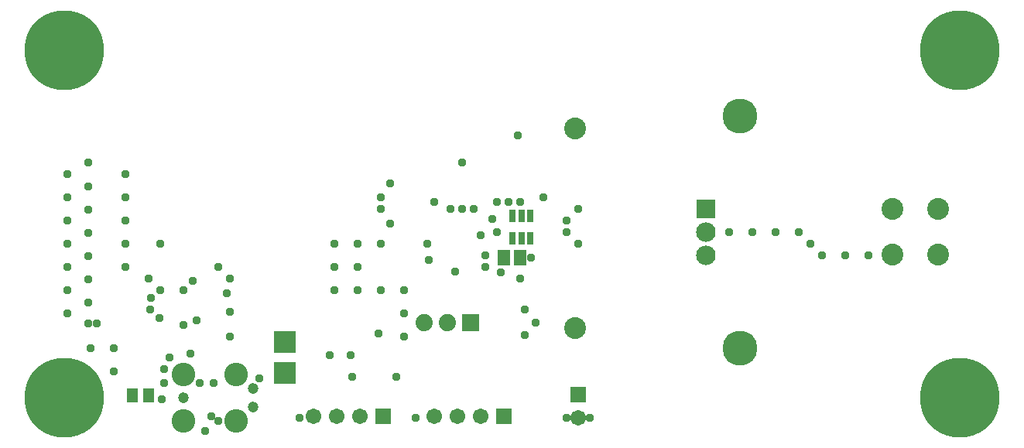
<source format=gbs>
G04 EAGLE Gerber RS-274X export*
G75*
%MOMM*%
%FSLAX34Y34*%
%LPD*%
%INSoldermask Bottom*%
%IPPOS*%
%AMOC8*
5,1,8,0,0,1.08239X$1,22.5*%
G01*
G04 Define Apertures*
%ADD10R,1.234400X1.623400*%
%ADD11C,2.387600*%
%ADD12R,0.798200X1.463700*%
%ADD13C,1.193800*%
%ADD14C,2.578100*%
%ADD15R,1.703200X1.703200*%
%ADD16C,1.703200*%
%ADD17R,1.879600X1.879600*%
%ADD18C,1.879600*%
%ADD19R,2.133600X2.133600*%
%ADD20C,2.133600*%
%ADD21C,3.819200*%
%ADD22C,3.403200*%
%ADD23C,8.703200*%
%ADD24R,1.367800X1.668500*%
%ADD25R,2.331600X2.427500*%
%ADD26C,0.959600*%
D10*
X152705Y62230D03*
X134315Y62230D03*
D11*
X965600Y266300D03*
X965600Y216300D03*
X1015600Y266300D03*
X1015600Y216300D03*
X618490Y136010D03*
X618490Y354210D03*
D12*
X550570Y258661D03*
X560070Y258661D03*
X569570Y258661D03*
X569570Y234099D03*
X560070Y234099D03*
X550570Y234099D03*
D13*
X190500Y59690D03*
X266700Y69840D03*
X266700Y49540D03*
D14*
X190500Y85090D03*
X247650Y85090D03*
X247650Y34290D03*
X190500Y34290D03*
D15*
X408940Y39250D03*
D16*
X383540Y39250D03*
X358140Y39250D03*
X332740Y39250D03*
D15*
X541020Y39370D03*
D16*
X515620Y39370D03*
X490220Y39370D03*
X464820Y39370D03*
D17*
X504190Y142240D03*
D18*
X478790Y142240D03*
X453390Y142240D03*
D15*
X622300Y63500D03*
D16*
X622300Y38100D03*
D19*
X762000Y266700D03*
D20*
X762000Y241300D03*
X762000Y215900D03*
D21*
X799200Y368300D03*
X799200Y114300D03*
D22*
X60000Y60000D03*
D23*
X60000Y60000D03*
D22*
X60000Y440000D03*
D23*
X60000Y440000D03*
D22*
X1040000Y440000D03*
D23*
X1040000Y440000D03*
D22*
X1040000Y60000D03*
D23*
X1040000Y60000D03*
D24*
X541156Y213360D03*
X558664Y213360D03*
D25*
X300990Y87346D03*
X300990Y120934D03*
D26*
X95250Y140970D03*
X86360Y140970D03*
X154940Y168910D03*
X237490Y173990D03*
X223520Y76200D03*
X273050Y81280D03*
X208308Y76200D03*
X86360Y290830D03*
X86360Y189163D03*
X86360Y214563D03*
X86360Y239963D03*
X86360Y265363D03*
X86360Y317500D03*
X86360Y163830D03*
X575310Y142240D03*
X464820Y274320D03*
X416560Y294640D03*
X556260Y346710D03*
X515620Y237490D03*
X570230Y213360D03*
X487680Y197432D03*
X406400Y279400D03*
X406400Y266700D03*
X431800Y177800D03*
X406400Y177800D03*
X381000Y177800D03*
X355600Y177800D03*
X431800Y152400D03*
X431800Y127000D03*
X520700Y215900D03*
X520700Y203200D03*
X558800Y190500D03*
X563880Y156210D03*
X563880Y128270D03*
X609494Y38100D03*
X635106Y38100D03*
X444500Y38100D03*
X317500Y38100D03*
X241300Y127000D03*
X241300Y190500D03*
X228600Y203200D03*
X190500Y177800D03*
X190500Y139700D03*
X165100Y177800D03*
X152400Y190500D03*
X165100Y228600D03*
X127000Y228600D03*
X127000Y203200D03*
X127000Y254000D03*
X127000Y279400D03*
X127000Y304800D03*
X63500Y304800D03*
X63500Y279400D03*
X63500Y254000D03*
X63500Y228600D03*
X63500Y203200D03*
X63500Y177800D03*
X63500Y152400D03*
X88900Y114300D03*
X114300Y114300D03*
X114300Y88900D03*
X175260Y104140D03*
X168910Y91440D03*
X168910Y76200D03*
X622300Y266700D03*
X609600Y254000D03*
X609600Y241300D03*
X622300Y228600D03*
X533400Y241300D03*
X533400Y274320D03*
X546100Y274320D03*
X558800Y274320D03*
X508000Y266700D03*
X495300Y266700D03*
X482600Y266700D03*
X787400Y241300D03*
X812800Y241300D03*
X838200Y241300D03*
X863600Y241300D03*
X876300Y228600D03*
X889000Y215900D03*
X914400Y215900D03*
X939800Y215900D03*
X355600Y203200D03*
X355600Y228600D03*
X228676Y34214D03*
X381000Y203200D03*
X381000Y228600D03*
X406400Y228600D03*
X458470Y210820D03*
X204470Y144780D03*
X153670Y156210D03*
X403631Y130175D03*
X422910Y82550D03*
X537210Y196850D03*
X163830Y147320D03*
X166525Y58420D03*
X528320Y255270D03*
X241300Y153670D03*
X200660Y187960D03*
X416560Y250190D03*
X198120Y107950D03*
X213970Y23470D03*
X374650Y82550D03*
X350520Y106680D03*
X373380Y106680D03*
X457200Y228600D03*
X584200Y279400D03*
X495300Y317500D03*
X220980Y39370D03*
M02*

</source>
